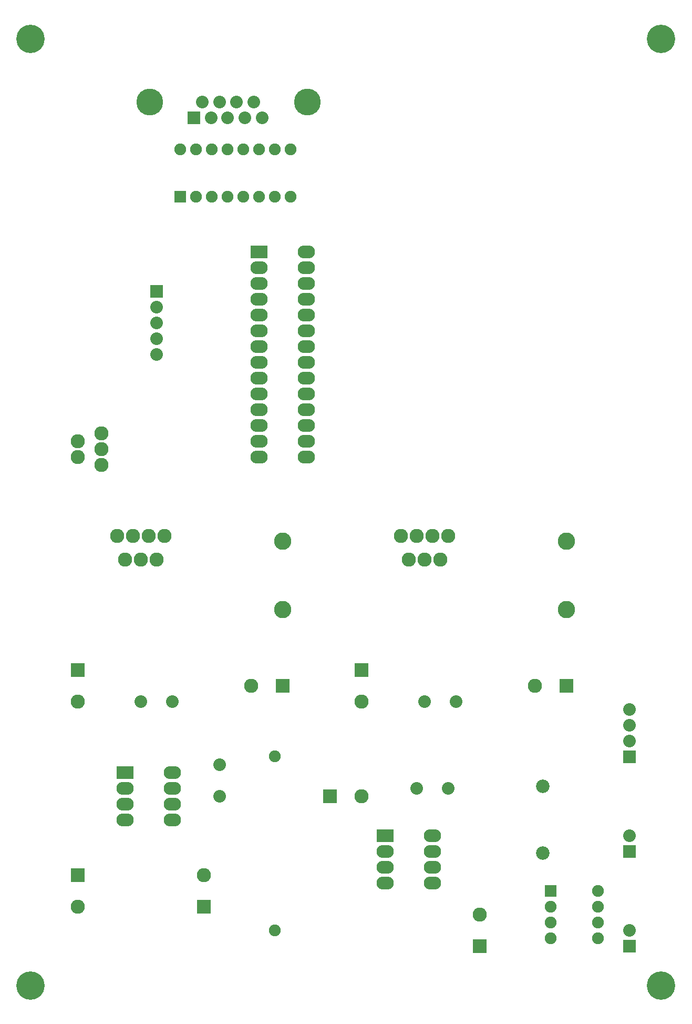
<source format=gbs>
G04 (created by PCBNEW-RS274X (2011-05-25)-stable) date Sun 19 Apr 2015 11:47:36 PM CDT*
G01*
G70*
G90*
%MOIN*%
G04 Gerber Fmt 3.4, Leading zero omitted, Abs format*
%FSLAX34Y34*%
G04 APERTURE LIST*
%ADD10C,0.006000*%
%ADD11R,0.080000X0.080000*%
%ADD12C,0.080000*%
%ADD13C,0.075000*%
%ADD14R,0.110000X0.082000*%
%ADD15O,0.110000X0.082000*%
%ADD16C,0.170000*%
%ADD17C,0.109800*%
%ADD18C,0.085400*%
%ADD19R,0.090000X0.090000*%
%ADD20C,0.090000*%
%ADD21R,0.075000X0.075000*%
%ADD22C,0.180000*%
G04 APERTURE END LIST*
G54D10*
G54D11*
X17000Y-31000D03*
G54D12*
X17000Y-32000D03*
X17000Y-33000D03*
X17000Y-34000D03*
X17000Y-35000D03*
G54D11*
X47000Y-66500D03*
G54D12*
X47000Y-65500D03*
G54D11*
X47000Y-72500D03*
G54D12*
X47000Y-71500D03*
X35500Y-62500D03*
X33500Y-62500D03*
X18000Y-57000D03*
X16000Y-57000D03*
X36000Y-57000D03*
X34000Y-57000D03*
X21000Y-61000D03*
X21000Y-63000D03*
G54D13*
X24500Y-71512D03*
X24500Y-60488D03*
G54D14*
X15000Y-61500D03*
G54D15*
X15000Y-62500D03*
X15000Y-63500D03*
X15000Y-64500D03*
X18000Y-64500D03*
X18000Y-63500D03*
X18000Y-62500D03*
X18000Y-61500D03*
G54D14*
X31500Y-65500D03*
G54D15*
X31500Y-66500D03*
X31500Y-67500D03*
X31500Y-68500D03*
X34500Y-68500D03*
X34500Y-67500D03*
X34500Y-66500D03*
X34500Y-65500D03*
X23500Y-29500D03*
X23500Y-30500D03*
X23500Y-31500D03*
X23500Y-32500D03*
X23500Y-33500D03*
X23500Y-34500D03*
X23500Y-35500D03*
X23500Y-36500D03*
X23500Y-37500D03*
X23500Y-38500D03*
X23500Y-39500D03*
X23500Y-40500D03*
X23500Y-41500D03*
G54D14*
X23500Y-28500D03*
G54D15*
X26500Y-41500D03*
X26500Y-40500D03*
X26500Y-39500D03*
X26500Y-38500D03*
X26500Y-37500D03*
X26500Y-36500D03*
X26500Y-35500D03*
X26500Y-34500D03*
X26500Y-33500D03*
X26500Y-32500D03*
X26500Y-31500D03*
X26500Y-30500D03*
X26500Y-29500D03*
X26500Y-28500D03*
G54D16*
X26550Y-19000D03*
X16550Y-19000D03*
G54D11*
X19350Y-20000D03*
G54D12*
X20450Y-20000D03*
X21500Y-20000D03*
X22600Y-20000D03*
X23700Y-20000D03*
X19900Y-19000D03*
X21000Y-19000D03*
X22050Y-19000D03*
X23150Y-19000D03*
G54D17*
X43000Y-51165D03*
X43000Y-46835D03*
X25000Y-51165D03*
X25000Y-46835D03*
G54D18*
X41500Y-66606D03*
X41500Y-62394D03*
G54D19*
X12000Y-55000D03*
G54D20*
X12000Y-57000D03*
G54D19*
X30000Y-55000D03*
G54D20*
X30000Y-57000D03*
G54D19*
X25000Y-56000D03*
G54D20*
X23000Y-56000D03*
G54D19*
X37500Y-72500D03*
G54D20*
X37500Y-70500D03*
G54D19*
X43000Y-56000D03*
G54D20*
X41000Y-56000D03*
G54D19*
X12000Y-68000D03*
G54D20*
X12000Y-70000D03*
G54D19*
X20000Y-70000D03*
G54D20*
X20000Y-68000D03*
G54D19*
X28000Y-63000D03*
G54D20*
X30000Y-63000D03*
G54D11*
X47000Y-60500D03*
G54D12*
X47000Y-59500D03*
X47000Y-58500D03*
X47000Y-57500D03*
G54D20*
X35500Y-46500D03*
X34500Y-46500D03*
X33500Y-46500D03*
X32500Y-46500D03*
X35000Y-48000D03*
X34000Y-48000D03*
X33000Y-48000D03*
X17500Y-46500D03*
X16500Y-46500D03*
X15500Y-46500D03*
X14500Y-46500D03*
X17000Y-48000D03*
X16000Y-48000D03*
X15000Y-48000D03*
G54D21*
X18500Y-25000D03*
G54D13*
X19500Y-25000D03*
X20500Y-25000D03*
X21500Y-25000D03*
X22500Y-25000D03*
X23500Y-25000D03*
X24500Y-25000D03*
X25500Y-25000D03*
X25500Y-22000D03*
X24500Y-22000D03*
X23500Y-22000D03*
X22500Y-22000D03*
X21500Y-22000D03*
X20500Y-22000D03*
X19500Y-22000D03*
X18500Y-22000D03*
G54D21*
X42000Y-69000D03*
G54D13*
X42000Y-70000D03*
X42000Y-71000D03*
X42000Y-72000D03*
X45000Y-72000D03*
X45000Y-71000D03*
X45000Y-70000D03*
X45000Y-69000D03*
G54D20*
X12000Y-41500D03*
X12000Y-40500D03*
X13500Y-42000D03*
X13500Y-41000D03*
X13500Y-40000D03*
G54D22*
X09000Y-15000D03*
X09000Y-75000D03*
X49000Y-75000D03*
X49000Y-15000D03*
M02*

</source>
